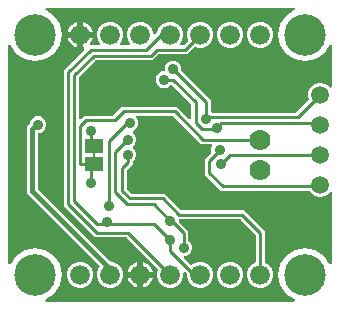
<source format=gbr>
G04 EAGLE Gerber RS-274X export*
G75*
%MOMM*%
%FSLAX34Y34*%
%LPD*%
%INBottom Copper*%
%IPPOS*%
%AMOC8*
5,1,8,0,0,1.08239X$1,22.5*%
G01*
%ADD10C,3.516000*%
%ADD11C,1.676400*%
%ADD12C,1.500000*%
%ADD13C,1.778000*%
%ADD14R,1.600200X1.168400*%
%ADD15R,0.203200X0.635000*%
%ADD16C,0.906400*%
%ADD17C,0.254000*%
%ADD18C,0.406400*%

G36*
X244100Y2554D02*
X244100Y2554D01*
X244204Y2558D01*
X244257Y2574D01*
X244311Y2581D01*
X244408Y2619D01*
X244509Y2649D01*
X244556Y2677D01*
X244607Y2698D01*
X244692Y2759D01*
X244781Y2813D01*
X244820Y2852D01*
X244865Y2884D01*
X244931Y2965D01*
X245004Y3039D01*
X245032Y3087D01*
X245067Y3129D01*
X245112Y3224D01*
X245164Y3314D01*
X245179Y3367D01*
X245203Y3417D01*
X245222Y3520D01*
X245251Y3620D01*
X245252Y3675D01*
X245263Y3729D01*
X245256Y3834D01*
X245259Y3938D01*
X245246Y3992D01*
X245243Y4047D01*
X245211Y4146D01*
X245187Y4248D01*
X245162Y4297D01*
X245145Y4349D01*
X245089Y4438D01*
X245041Y4530D01*
X245004Y4572D01*
X244975Y4618D01*
X244899Y4690D01*
X244829Y4768D01*
X244759Y4821D01*
X244743Y4836D01*
X244730Y4843D01*
X244701Y4865D01*
X237966Y9366D01*
X233050Y16722D01*
X231324Y25400D01*
X233050Y34078D01*
X237966Y41434D01*
X245322Y46350D01*
X254000Y48076D01*
X262678Y46350D01*
X270034Y41434D01*
X274535Y34699D01*
X274603Y34620D01*
X274664Y34535D01*
X274707Y34500D01*
X274743Y34459D01*
X274829Y34399D01*
X274909Y34333D01*
X274959Y34309D01*
X275005Y34278D01*
X275103Y34242D01*
X275197Y34197D01*
X275251Y34187D01*
X275303Y34168D01*
X275407Y34157D01*
X275510Y34137D01*
X275565Y34141D01*
X275619Y34135D01*
X275723Y34151D01*
X275827Y34157D01*
X275879Y34174D01*
X275934Y34182D01*
X276030Y34223D01*
X276129Y34255D01*
X276176Y34285D01*
X276227Y34306D01*
X276310Y34369D01*
X276398Y34425D01*
X276436Y34465D01*
X276480Y34499D01*
X276545Y34581D01*
X276616Y34657D01*
X276643Y34705D01*
X276677Y34748D01*
X276719Y34844D01*
X276770Y34935D01*
X276783Y34989D01*
X276806Y35039D01*
X276823Y35142D01*
X276849Y35243D01*
X276855Y35331D01*
X276858Y35353D01*
X276857Y35368D01*
X276859Y35404D01*
X276859Y94495D01*
X276842Y94633D01*
X276829Y94772D01*
X276822Y94791D01*
X276819Y94811D01*
X276768Y94940D01*
X276721Y95071D01*
X276710Y95088D01*
X276702Y95107D01*
X276621Y95219D01*
X276543Y95334D01*
X276527Y95347D01*
X276516Y95364D01*
X276408Y95453D01*
X276304Y95545D01*
X276286Y95554D01*
X276271Y95567D01*
X276145Y95626D01*
X276021Y95689D01*
X276001Y95694D01*
X275983Y95702D01*
X275847Y95728D01*
X275711Y95759D01*
X275690Y95758D01*
X275671Y95762D01*
X275532Y95753D01*
X275393Y95749D01*
X275373Y95743D01*
X275353Y95742D01*
X275221Y95699D01*
X275087Y95661D01*
X275070Y95650D01*
X275051Y95644D01*
X274933Y95570D01*
X274813Y95499D01*
X274792Y95481D01*
X274782Y95474D01*
X274768Y95459D01*
X274693Y95393D01*
X272388Y93088D01*
X268697Y91559D01*
X264703Y91559D01*
X261012Y93088D01*
X258124Y95976D01*
X258104Y96012D01*
X258083Y96033D01*
X258067Y96058D01*
X257973Y96147D01*
X257882Y96240D01*
X257857Y96256D01*
X257836Y96276D01*
X257722Y96339D01*
X257611Y96407D01*
X257583Y96415D01*
X257557Y96430D01*
X257431Y96462D01*
X257307Y96500D01*
X257278Y96502D01*
X257249Y96509D01*
X257088Y96519D01*
X182572Y96519D01*
X168909Y110182D01*
X168909Y123498D01*
X174166Y128755D01*
X174226Y128833D01*
X174294Y128905D01*
X174323Y128958D01*
X174360Y129006D01*
X174400Y129097D01*
X174448Y129184D01*
X174463Y129242D01*
X174487Y129298D01*
X174502Y129396D01*
X174527Y129492D01*
X174533Y129592D01*
X174537Y129612D01*
X174535Y129624D01*
X174537Y129652D01*
X174537Y132217D01*
X175332Y134134D01*
X175345Y134182D01*
X175366Y134227D01*
X175386Y134335D01*
X175415Y134441D01*
X175416Y134491D01*
X175426Y134540D01*
X175419Y134649D01*
X175421Y134759D01*
X175409Y134807D01*
X175406Y134857D01*
X175372Y134961D01*
X175346Y135068D01*
X175323Y135112D01*
X175308Y135159D01*
X175249Y135252D01*
X175198Y135349D01*
X175164Y135386D01*
X175138Y135428D01*
X175058Y135503D01*
X174984Y135585D01*
X174942Y135612D01*
X174906Y135646D01*
X174810Y135699D01*
X174718Y135759D01*
X174671Y135776D01*
X174628Y135800D01*
X174521Y135827D01*
X174417Y135863D01*
X174368Y135867D01*
X174320Y135879D01*
X174159Y135889D01*
X166062Y135889D01*
X142303Y159648D01*
X142225Y159708D01*
X142153Y159776D01*
X142100Y159805D01*
X142052Y159842D01*
X141961Y159882D01*
X141874Y159930D01*
X141816Y159945D01*
X141760Y159969D01*
X141662Y159984D01*
X141566Y160009D01*
X141466Y160015D01*
X141446Y160019D01*
X141434Y160017D01*
X141406Y160019D01*
X112127Y160019D01*
X111989Y160002D01*
X111851Y159989D01*
X111832Y159982D01*
X111812Y159979D01*
X111682Y159928D01*
X111552Y159881D01*
X111535Y159870D01*
X111516Y159862D01*
X111404Y159781D01*
X111288Y159703D01*
X111275Y159687D01*
X111259Y159676D01*
X111170Y159568D01*
X111078Y159464D01*
X111069Y159446D01*
X111056Y159431D01*
X110997Y159305D01*
X110933Y159181D01*
X110929Y159161D01*
X110920Y159143D01*
X110894Y159007D01*
X110864Y158871D01*
X110864Y158850D01*
X110861Y158831D01*
X110869Y158692D01*
X110873Y158553D01*
X110879Y158533D01*
X110880Y158513D01*
X110923Y158381D01*
X110962Y158247D01*
X110972Y158230D01*
X110978Y158211D01*
X111053Y158093D01*
X111123Y157973D01*
X111142Y157952D01*
X111149Y157942D01*
X111164Y157928D01*
X111230Y157852D01*
X111406Y157676D01*
X112483Y155077D01*
X112483Y152263D01*
X111406Y149664D01*
X109416Y147674D01*
X108875Y147450D01*
X108832Y147425D01*
X108785Y147408D01*
X108694Y147346D01*
X108598Y147292D01*
X108563Y147258D01*
X108522Y147230D01*
X108449Y147147D01*
X108370Y147071D01*
X108344Y147028D01*
X108311Y146991D01*
X108261Y146893D01*
X108204Y146800D01*
X108189Y146752D01*
X108166Y146708D01*
X108142Y146601D01*
X108110Y146496D01*
X108108Y146446D01*
X108097Y146398D01*
X108100Y146288D01*
X108095Y146178D01*
X108105Y146130D01*
X108106Y146080D01*
X108137Y145974D01*
X108159Y145867D01*
X108181Y145822D01*
X108195Y145774D01*
X108251Y145680D01*
X108299Y145581D01*
X108331Y145543D01*
X108356Y145500D01*
X108463Y145379D01*
X110136Y143706D01*
X111213Y141107D01*
X111213Y138293D01*
X110136Y135694D01*
X108690Y134247D01*
X108617Y134153D01*
X108538Y134064D01*
X108520Y134028D01*
X108495Y133996D01*
X108448Y133887D01*
X108393Y133781D01*
X108385Y133742D01*
X108369Y133704D01*
X108350Y133587D01*
X108324Y133471D01*
X108325Y133430D01*
X108319Y133390D01*
X108330Y133272D01*
X108333Y133153D01*
X108345Y133114D01*
X108349Y133074D01*
X108389Y132962D01*
X108422Y132847D01*
X108442Y132812D01*
X108456Y132774D01*
X108523Y132676D01*
X108583Y132573D01*
X108623Y132528D01*
X108635Y132511D01*
X108650Y132498D01*
X108690Y132452D01*
X110136Y131006D01*
X111213Y128407D01*
X111213Y125593D01*
X110136Y122994D01*
X108322Y121180D01*
X108262Y121102D01*
X108194Y121030D01*
X108165Y120977D01*
X108128Y120929D01*
X108088Y120838D01*
X108040Y120751D01*
X108025Y120693D01*
X108001Y120637D01*
X107986Y120539D01*
X107961Y120443D01*
X107955Y120343D01*
X107951Y120323D01*
X107953Y120311D01*
X107951Y120283D01*
X107951Y119072D01*
X103242Y114363D01*
X103182Y114285D01*
X103114Y114213D01*
X103085Y114160D01*
X103048Y114112D01*
X103008Y114021D01*
X102960Y113934D01*
X102945Y113876D01*
X102921Y113820D01*
X102906Y113722D01*
X102881Y113626D01*
X102875Y113526D01*
X102871Y113506D01*
X102873Y113494D01*
X102871Y113466D01*
X102871Y98624D01*
X102883Y98526D01*
X102886Y98427D01*
X102903Y98369D01*
X102911Y98309D01*
X102947Y98217D01*
X102975Y98121D01*
X103005Y98069D01*
X103028Y98013D01*
X103086Y97933D01*
X103136Y97848D01*
X103202Y97772D01*
X103214Y97756D01*
X103224Y97748D01*
X103242Y97727D01*
X106617Y94352D01*
X106695Y94292D01*
X106767Y94224D01*
X106820Y94195D01*
X106868Y94158D01*
X106959Y94118D01*
X107046Y94070D01*
X107104Y94055D01*
X107160Y94031D01*
X107258Y94016D01*
X107354Y93991D01*
X107454Y93985D01*
X107474Y93981D01*
X107486Y93983D01*
X107514Y93981D01*
X134928Y93981D01*
X148527Y80382D01*
X148605Y80322D01*
X148677Y80254D01*
X148730Y80225D01*
X148778Y80188D01*
X148869Y80148D01*
X148956Y80100D01*
X149014Y80085D01*
X149070Y80061D01*
X149168Y80046D01*
X149264Y80021D01*
X149364Y80015D01*
X149384Y80011D01*
X149396Y80013D01*
X149424Y80011D01*
X202238Y80011D01*
X219711Y62538D01*
X219711Y36492D01*
X219714Y36463D01*
X219712Y36434D01*
X219734Y36305D01*
X219751Y36177D01*
X219761Y36149D01*
X219766Y36120D01*
X219820Y36002D01*
X219868Y35881D01*
X219885Y35857D01*
X219897Y35830D01*
X219978Y35729D01*
X220054Y35624D01*
X220077Y35605D01*
X220096Y35582D01*
X220199Y35504D01*
X220299Y35421D01*
X220326Y35408D01*
X220350Y35391D01*
X220494Y35320D01*
X222087Y34660D01*
X225160Y31587D01*
X226823Y27573D01*
X226823Y23227D01*
X225160Y19213D01*
X222087Y16140D01*
X218073Y14477D01*
X213727Y14477D01*
X209713Y16140D01*
X206640Y19213D01*
X204977Y23227D01*
X204977Y27573D01*
X206640Y31587D01*
X209713Y34660D01*
X211306Y35320D01*
X211331Y35334D01*
X211359Y35343D01*
X211469Y35413D01*
X211582Y35477D01*
X211603Y35498D01*
X211628Y35514D01*
X211717Y35608D01*
X211810Y35698D01*
X211826Y35724D01*
X211846Y35745D01*
X211909Y35859D01*
X211977Y35970D01*
X211985Y35998D01*
X212000Y36024D01*
X212032Y36149D01*
X212070Y36274D01*
X212072Y36303D01*
X212079Y36332D01*
X212089Y36492D01*
X212089Y58856D01*
X212077Y58954D01*
X212074Y59053D01*
X212057Y59111D01*
X212049Y59171D01*
X212013Y59263D01*
X211985Y59359D01*
X211955Y59411D01*
X211932Y59467D01*
X211874Y59547D01*
X211824Y59632D01*
X211758Y59708D01*
X211746Y59724D01*
X211736Y59732D01*
X211718Y59753D01*
X199453Y72018D01*
X199375Y72078D01*
X199303Y72146D01*
X199250Y72175D01*
X199202Y72212D01*
X199111Y72252D01*
X199024Y72300D01*
X198966Y72315D01*
X198910Y72339D01*
X198812Y72354D01*
X198716Y72379D01*
X198616Y72385D01*
X198596Y72389D01*
X198584Y72387D01*
X198556Y72389D01*
X148154Y72389D01*
X148017Y72372D01*
X147878Y72359D01*
X147859Y72352D01*
X147839Y72349D01*
X147710Y72298D01*
X147579Y72251D01*
X147562Y72240D01*
X147543Y72232D01*
X147431Y72151D01*
X147315Y72073D01*
X147302Y72057D01*
X147286Y72046D01*
X147197Y71938D01*
X147105Y71834D01*
X147096Y71816D01*
X147083Y71801D01*
X147024Y71675D01*
X146960Y71551D01*
X146956Y71531D01*
X146947Y71513D01*
X146921Y71377D01*
X146891Y71241D01*
X146891Y71220D01*
X146887Y71201D01*
X146896Y71062D01*
X146900Y70923D01*
X146906Y70903D01*
X146907Y70883D01*
X146950Y70751D01*
X146989Y70617D01*
X146999Y70600D01*
X147005Y70581D01*
X147080Y70463D01*
X147150Y70343D01*
X147169Y70322D01*
X147175Y70312D01*
X147190Y70298D01*
X147257Y70223D01*
X154941Y62538D01*
X154941Y54977D01*
X154953Y54879D01*
X154956Y54780D01*
X154973Y54722D01*
X154981Y54662D01*
X155017Y54570D01*
X155045Y54475D01*
X155075Y54422D01*
X155098Y54366D01*
X155156Y54286D01*
X155206Y54201D01*
X155272Y54125D01*
X155284Y54109D01*
X155294Y54101D01*
X155312Y54080D01*
X157126Y52266D01*
X158203Y49667D01*
X158203Y46853D01*
X157126Y44254D01*
X155136Y42264D01*
X152479Y41163D01*
X152410Y41157D01*
X152391Y41150D01*
X152371Y41147D01*
X152242Y41096D01*
X152111Y41049D01*
X152094Y41038D01*
X152075Y41030D01*
X151962Y40949D01*
X151847Y40871D01*
X151834Y40855D01*
X151818Y40844D01*
X151729Y40736D01*
X151637Y40632D01*
X151628Y40614D01*
X151615Y40599D01*
X151556Y40473D01*
X151492Y40349D01*
X151488Y40329D01*
X151479Y40311D01*
X151453Y40175D01*
X151423Y40039D01*
X151423Y40018D01*
X151419Y39999D01*
X151428Y39860D01*
X151432Y39721D01*
X151438Y39701D01*
X151439Y39681D01*
X151482Y39549D01*
X151521Y39415D01*
X151531Y39398D01*
X151537Y39379D01*
X151612Y39261D01*
X151682Y39141D01*
X151701Y39120D01*
X151707Y39110D01*
X151722Y39096D01*
X151789Y39021D01*
X156634Y34176D01*
X156728Y34103D01*
X156817Y34024D01*
X156853Y34006D01*
X156885Y33981D01*
X156994Y33933D01*
X157100Y33879D01*
X157140Y33870D01*
X157177Y33854D01*
X157295Y33836D01*
X157410Y33810D01*
X157451Y33811D01*
X157491Y33804D01*
X157609Y33816D01*
X157728Y33819D01*
X157767Y33831D01*
X157807Y33834D01*
X157919Y33875D01*
X158034Y33908D01*
X158069Y33928D01*
X158107Y33942D01*
X158205Y34009D01*
X158308Y34069D01*
X158353Y34109D01*
X158370Y34121D01*
X158383Y34136D01*
X158429Y34176D01*
X158913Y34660D01*
X162927Y36323D01*
X167273Y36323D01*
X171287Y34660D01*
X174360Y31587D01*
X176023Y27573D01*
X176023Y23227D01*
X174360Y19213D01*
X171287Y16140D01*
X167273Y14477D01*
X162927Y14477D01*
X158913Y16140D01*
X155840Y19213D01*
X154177Y23227D01*
X154177Y25328D01*
X154165Y25426D01*
X154162Y25525D01*
X154145Y25583D01*
X154137Y25643D01*
X154101Y25735D01*
X154073Y25831D01*
X154043Y25883D01*
X154020Y25939D01*
X153962Y26019D01*
X153912Y26104D01*
X153846Y26180D01*
X153834Y26196D01*
X153824Y26204D01*
X153806Y26225D01*
X152789Y27241D01*
X152680Y27326D01*
X152573Y27415D01*
X152554Y27424D01*
X152538Y27436D01*
X152411Y27492D01*
X152285Y27551D01*
X152265Y27555D01*
X152246Y27563D01*
X152108Y27585D01*
X151972Y27611D01*
X151952Y27609D01*
X151932Y27612D01*
X151793Y27599D01*
X151655Y27591D01*
X151636Y27585D01*
X151616Y27583D01*
X151484Y27535D01*
X151353Y27493D01*
X151335Y27482D01*
X151316Y27475D01*
X151201Y27397D01*
X151084Y27323D01*
X151070Y27308D01*
X151053Y27296D01*
X150961Y27192D01*
X150866Y27091D01*
X150856Y27073D01*
X150843Y27058D01*
X150780Y26934D01*
X150712Y26812D01*
X150707Y26793D01*
X150698Y26775D01*
X150668Y26639D01*
X150633Y26505D01*
X150631Y26476D01*
X150628Y26465D01*
X150629Y26444D01*
X150623Y26344D01*
X150623Y23227D01*
X148960Y19213D01*
X145887Y16140D01*
X141873Y14477D01*
X137527Y14477D01*
X133513Y16140D01*
X130440Y19213D01*
X128777Y23227D01*
X128777Y27573D01*
X129437Y29166D01*
X129445Y29194D01*
X129458Y29220D01*
X129487Y29347D01*
X129521Y29472D01*
X129522Y29502D01*
X129528Y29531D01*
X129524Y29660D01*
X129526Y29790D01*
X129519Y29819D01*
X129518Y29849D01*
X129482Y29973D01*
X129452Y30100D01*
X129438Y30126D01*
X129430Y30154D01*
X129364Y30266D01*
X129303Y30381D01*
X129283Y30403D01*
X129268Y30428D01*
X129162Y30549D01*
X102933Y56778D01*
X102855Y56838D01*
X102783Y56906D01*
X102730Y56935D01*
X102682Y56972D01*
X102591Y57012D01*
X102504Y57060D01*
X102446Y57075D01*
X102390Y57099D01*
X102292Y57114D01*
X102196Y57139D01*
X102096Y57145D01*
X102076Y57149D01*
X102064Y57147D01*
X102036Y57149D01*
X75892Y57149D01*
X49529Y83512D01*
X49529Y198428D01*
X66847Y215747D01*
X66896Y215810D01*
X66953Y215866D01*
X66993Y215935D01*
X67042Y215998D01*
X67074Y216071D01*
X67115Y216140D01*
X67137Y216216D01*
X67169Y216290D01*
X67181Y216368D01*
X67203Y216445D01*
X67206Y216525D01*
X67219Y216604D01*
X67211Y216683D01*
X67214Y216763D01*
X67196Y216841D01*
X67189Y216920D01*
X67162Y216995D01*
X67144Y217073D01*
X67108Y217144D01*
X67081Y217220D01*
X67036Y217286D01*
X67000Y217357D01*
X66947Y217417D01*
X66903Y217483D01*
X66843Y217536D01*
X66790Y217595D01*
X66724Y217640D01*
X66664Y217693D01*
X66593Y217730D01*
X66527Y217774D01*
X66452Y217802D01*
X66381Y217838D01*
X66303Y217855D01*
X66228Y217882D01*
X66148Y217890D01*
X66071Y217908D01*
X65999Y217905D01*
X65999Y226101D01*
X74163Y226101D01*
X74154Y226042D01*
X73623Y224407D01*
X72842Y222875D01*
X72007Y221726D01*
X71988Y221691D01*
X71962Y221661D01*
X71911Y221552D01*
X71854Y221447D01*
X71844Y221409D01*
X71827Y221373D01*
X71804Y221256D01*
X71775Y221139D01*
X71775Y221099D01*
X71767Y221060D01*
X71775Y220941D01*
X71775Y220821D01*
X71784Y220783D01*
X71787Y220743D01*
X71824Y220629D01*
X71854Y220513D01*
X71873Y220478D01*
X71885Y220441D01*
X71949Y220339D01*
X72007Y220234D01*
X72034Y220205D01*
X72055Y220172D01*
X72142Y220090D01*
X72224Y220003D01*
X72258Y219981D01*
X72287Y219954D01*
X72392Y219896D01*
X72493Y219832D01*
X72530Y219820D01*
X72565Y219800D01*
X72681Y219771D01*
X72795Y219733D01*
X72835Y219731D01*
X72873Y219721D01*
X73034Y219711D01*
X79278Y219711D01*
X79416Y219728D01*
X79554Y219741D01*
X79573Y219748D01*
X79594Y219751D01*
X79723Y219802D01*
X79854Y219849D01*
X79870Y219860D01*
X79889Y219868D01*
X80002Y219949D01*
X80117Y220027D01*
X80130Y220043D01*
X80147Y220054D01*
X80235Y220162D01*
X80327Y220266D01*
X80336Y220284D01*
X80349Y220299D01*
X80409Y220425D01*
X80472Y220549D01*
X80476Y220569D01*
X80485Y220587D01*
X80511Y220724D01*
X80541Y220859D01*
X80541Y220880D01*
X80545Y220899D01*
X80536Y221038D01*
X80532Y221177D01*
X80526Y221197D01*
X80525Y221217D01*
X80482Y221349D01*
X80443Y221483D01*
X80433Y221500D01*
X80427Y221519D01*
X80353Y221637D01*
X80282Y221757D01*
X80263Y221778D01*
X80257Y221788D01*
X80242Y221802D01*
X80175Y221877D01*
X79640Y222413D01*
X77977Y226427D01*
X77977Y230773D01*
X79640Y234787D01*
X82713Y237860D01*
X86727Y239523D01*
X91073Y239523D01*
X95087Y237860D01*
X98160Y234787D01*
X99823Y230773D01*
X99823Y226427D01*
X98160Y222413D01*
X97625Y221877D01*
X97540Y221768D01*
X97451Y221661D01*
X97442Y221642D01*
X97430Y221626D01*
X97374Y221498D01*
X97315Y221373D01*
X97311Y221353D01*
X97303Y221334D01*
X97281Y221195D01*
X97255Y221060D01*
X97257Y221040D01*
X97253Y221020D01*
X97266Y220881D01*
X97275Y220743D01*
X97281Y220724D01*
X97283Y220704D01*
X97330Y220573D01*
X97373Y220441D01*
X97384Y220423D01*
X97391Y220404D01*
X97469Y220290D01*
X97543Y220172D01*
X97558Y220158D01*
X97569Y220141D01*
X97673Y220049D01*
X97775Y219954D01*
X97793Y219944D01*
X97808Y219931D01*
X97932Y219868D01*
X98053Y219800D01*
X98073Y219795D01*
X98091Y219786D01*
X98227Y219756D01*
X98361Y219721D01*
X98389Y219719D01*
X98401Y219716D01*
X98422Y219717D01*
X98522Y219711D01*
X104678Y219711D01*
X104816Y219728D01*
X104954Y219741D01*
X104973Y219748D01*
X104994Y219751D01*
X105123Y219802D01*
X105254Y219849D01*
X105270Y219860D01*
X105289Y219868D01*
X105402Y219949D01*
X105517Y220027D01*
X105530Y220043D01*
X105547Y220054D01*
X105635Y220162D01*
X105727Y220266D01*
X105736Y220284D01*
X105749Y220299D01*
X105809Y220425D01*
X105872Y220549D01*
X105876Y220569D01*
X105885Y220587D01*
X105911Y220724D01*
X105941Y220859D01*
X105941Y220880D01*
X105945Y220899D01*
X105936Y221038D01*
X105932Y221177D01*
X105926Y221197D01*
X105925Y221217D01*
X105882Y221349D01*
X105843Y221483D01*
X105833Y221500D01*
X105827Y221519D01*
X105753Y221637D01*
X105682Y221757D01*
X105663Y221778D01*
X105657Y221788D01*
X105642Y221802D01*
X105575Y221877D01*
X105040Y222413D01*
X103377Y226427D01*
X103377Y230773D01*
X105040Y234787D01*
X108113Y237860D01*
X112127Y239523D01*
X116473Y239523D01*
X120487Y237860D01*
X123560Y234787D01*
X125223Y230773D01*
X125223Y230196D01*
X125240Y230058D01*
X125253Y229920D01*
X125260Y229901D01*
X125263Y229881D01*
X125314Y229751D01*
X125361Y229620D01*
X125372Y229604D01*
X125380Y229585D01*
X125461Y229472D01*
X125539Y229357D01*
X125555Y229344D01*
X125566Y229328D01*
X125674Y229239D01*
X125778Y229147D01*
X125796Y229138D01*
X125811Y229125D01*
X125937Y229066D01*
X126061Y229002D01*
X126081Y228998D01*
X126099Y228989D01*
X126235Y228963D01*
X126371Y228933D01*
X126392Y228933D01*
X126411Y228929D01*
X126550Y228938D01*
X126689Y228942D01*
X126709Y228948D01*
X126729Y228949D01*
X126861Y228992D01*
X126995Y229031D01*
X127012Y229041D01*
X127031Y229047D01*
X127149Y229122D01*
X127269Y229192D01*
X127290Y229211D01*
X127300Y229217D01*
X127314Y229232D01*
X127390Y229299D01*
X127897Y229807D01*
X128538Y230447D01*
X128543Y230454D01*
X128551Y230460D01*
X128641Y230580D01*
X128733Y230698D01*
X128736Y230707D01*
X128742Y230714D01*
X128813Y230859D01*
X130440Y234787D01*
X133513Y237860D01*
X137527Y239523D01*
X141873Y239523D01*
X145887Y237860D01*
X148960Y234787D01*
X150623Y230773D01*
X150623Y226427D01*
X148960Y222413D01*
X148425Y221877D01*
X148340Y221768D01*
X148251Y221661D01*
X148242Y221642D01*
X148230Y221626D01*
X148174Y221498D01*
X148115Y221373D01*
X148111Y221353D01*
X148103Y221334D01*
X148081Y221195D01*
X148055Y221060D01*
X148057Y221040D01*
X148053Y221020D01*
X148066Y220881D01*
X148075Y220743D01*
X148081Y220724D01*
X148083Y220704D01*
X148130Y220573D01*
X148173Y220441D01*
X148184Y220423D01*
X148191Y220404D01*
X148269Y220290D01*
X148343Y220172D01*
X148358Y220158D01*
X148369Y220141D01*
X148473Y220049D01*
X148575Y219954D01*
X148593Y219944D01*
X148608Y219931D01*
X148732Y219868D01*
X148853Y219800D01*
X148873Y219795D01*
X148891Y219786D01*
X149027Y219756D01*
X149161Y219721D01*
X149189Y219719D01*
X149201Y219716D01*
X149222Y219717D01*
X149322Y219711D01*
X150296Y219711D01*
X150394Y219723D01*
X150493Y219726D01*
X150551Y219743D01*
X150611Y219751D01*
X150703Y219787D01*
X150799Y219815D01*
X150851Y219845D01*
X150907Y219868D01*
X150987Y219926D01*
X151072Y219976D01*
X151148Y220042D01*
X151164Y220054D01*
X151172Y220064D01*
X151193Y220082D01*
X154562Y223451D01*
X154580Y223475D01*
X154603Y223494D01*
X154677Y223600D01*
X154757Y223702D01*
X154769Y223730D01*
X154786Y223754D01*
X154832Y223875D01*
X154883Y223994D01*
X154888Y224023D01*
X154898Y224051D01*
X154913Y224180D01*
X154933Y224308D01*
X154930Y224338D01*
X154934Y224367D01*
X154915Y224496D01*
X154903Y224625D01*
X154893Y224653D01*
X154889Y224682D01*
X154837Y224834D01*
X154177Y226427D01*
X154177Y230773D01*
X155840Y234787D01*
X158913Y237860D01*
X162927Y239523D01*
X167273Y239523D01*
X171287Y237860D01*
X174360Y234787D01*
X176023Y230773D01*
X176023Y226427D01*
X174360Y222413D01*
X171287Y219340D01*
X167273Y217677D01*
X162927Y217677D01*
X161334Y218337D01*
X161306Y218345D01*
X161280Y218358D01*
X161153Y218387D01*
X161028Y218421D01*
X160998Y218422D01*
X160969Y218428D01*
X160840Y218424D01*
X160710Y218426D01*
X160681Y218419D01*
X160651Y218418D01*
X160527Y218382D01*
X160400Y218352D01*
X160374Y218338D01*
X160346Y218330D01*
X160234Y218264D01*
X160119Y218203D01*
X160097Y218183D01*
X160072Y218168D01*
X159951Y218062D01*
X153978Y212089D01*
X130374Y212089D01*
X130276Y212077D01*
X130177Y212074D01*
X130119Y212057D01*
X130059Y212049D01*
X129967Y212013D01*
X129871Y211985D01*
X129819Y211955D01*
X129763Y211932D01*
X129683Y211874D01*
X129598Y211824D01*
X129522Y211758D01*
X129506Y211746D01*
X129498Y211736D01*
X129477Y211718D01*
X124768Y207009D01*
X77034Y207009D01*
X76936Y206997D01*
X76837Y206994D01*
X76779Y206977D01*
X76719Y206969D01*
X76627Y206933D01*
X76531Y206905D01*
X76479Y206875D01*
X76423Y206852D01*
X76343Y206794D01*
X76258Y206744D01*
X76182Y206678D01*
X76166Y206666D01*
X76158Y206656D01*
X76137Y206638D01*
X62602Y193103D01*
X62542Y193025D01*
X62474Y192953D01*
X62445Y192900D01*
X62408Y192852D01*
X62368Y192761D01*
X62320Y192674D01*
X62305Y192616D01*
X62281Y192560D01*
X62266Y192462D01*
X62241Y192366D01*
X62235Y192266D01*
X62231Y192246D01*
X62233Y192234D01*
X62231Y192206D01*
X62231Y158314D01*
X62234Y158290D01*
X62232Y158265D01*
X62250Y158152D01*
X62261Y158038D01*
X62268Y158019D01*
X62271Y157999D01*
X62280Y157976D01*
X62284Y157951D01*
X62330Y157846D01*
X62369Y157739D01*
X62380Y157722D01*
X62388Y157703D01*
X62402Y157683D01*
X62412Y157660D01*
X62484Y157570D01*
X62547Y157475D01*
X62562Y157462D01*
X62574Y157446D01*
X62594Y157430D01*
X62609Y157410D01*
X62701Y157340D01*
X62786Y157265D01*
X62804Y157256D01*
X62819Y157243D01*
X62842Y157232D01*
X62861Y157217D01*
X62968Y157172D01*
X63069Y157120D01*
X63089Y157116D01*
X63107Y157107D01*
X63131Y157103D01*
X63154Y157093D01*
X63269Y157076D01*
X63379Y157051D01*
X63399Y157051D01*
X63419Y157047D01*
X63444Y157049D01*
X63469Y157045D01*
X63584Y157057D01*
X63697Y157060D01*
X63716Y157066D01*
X63737Y157067D01*
X63760Y157075D01*
X63785Y157077D01*
X63893Y157117D01*
X64003Y157149D01*
X64020Y157159D01*
X64039Y157165D01*
X64060Y157178D01*
X64084Y157187D01*
X64178Y157252D01*
X64277Y157310D01*
X64298Y157329D01*
X64308Y157335D01*
X64322Y157350D01*
X64328Y157355D01*
X64345Y157367D01*
X64358Y157382D01*
X64398Y157417D01*
X67002Y160021D01*
X90606Y160021D01*
X90704Y160033D01*
X90803Y160036D01*
X90861Y160053D01*
X90921Y160061D01*
X91013Y160097D01*
X91109Y160125D01*
X91161Y160155D01*
X91217Y160178D01*
X91297Y160236D01*
X91382Y160286D01*
X91458Y160352D01*
X91474Y160364D01*
X91482Y160374D01*
X91503Y160392D01*
X98752Y167641D01*
X145088Y167641D01*
X147692Y165037D01*
X155313Y157417D01*
X155422Y157331D01*
X155529Y157243D01*
X155548Y157234D01*
X155564Y157222D01*
X155692Y157166D01*
X155817Y157107D01*
X155837Y157103D01*
X155856Y157095D01*
X155994Y157073D01*
X156130Y157047D01*
X156150Y157049D01*
X156170Y157046D01*
X156309Y157059D01*
X156447Y157067D01*
X156466Y157073D01*
X156486Y157075D01*
X156618Y157123D01*
X156749Y157165D01*
X156767Y157176D01*
X156786Y157183D01*
X156901Y157261D01*
X157018Y157335D01*
X157032Y157350D01*
X157049Y157362D01*
X157141Y157466D01*
X157236Y157567D01*
X157246Y157585D01*
X157259Y157600D01*
X157323Y157724D01*
X157390Y157846D01*
X157395Y157865D01*
X157404Y157883D01*
X157434Y158019D01*
X157469Y158153D01*
X157471Y158182D01*
X157474Y158193D01*
X157473Y158214D01*
X157479Y158314D01*
X157479Y169346D01*
X157467Y169444D01*
X157464Y169543D01*
X157447Y169601D01*
X157439Y169661D01*
X157403Y169753D01*
X157375Y169849D01*
X157345Y169901D01*
X157322Y169957D01*
X157264Y170037D01*
X157214Y170122D01*
X157148Y170198D01*
X157136Y170214D01*
X157126Y170222D01*
X157108Y170243D01*
X141634Y185717D01*
X141540Y185790D01*
X141451Y185869D01*
X141415Y185887D01*
X141383Y185912D01*
X141273Y185959D01*
X141168Y186013D01*
X141128Y186022D01*
X141091Y186038D01*
X140973Y186057D01*
X140857Y186083D01*
X140817Y186082D01*
X140777Y186088D01*
X140658Y186077D01*
X140539Y186073D01*
X140500Y186062D01*
X140460Y186058D01*
X140348Y186018D01*
X140234Y185985D01*
X140199Y185964D01*
X140161Y185950D01*
X140062Y185884D01*
X139960Y185823D01*
X139915Y185783D01*
X139898Y185772D01*
X139884Y185757D01*
X139839Y185717D01*
X138626Y184504D01*
X136027Y183427D01*
X133213Y183427D01*
X130614Y184504D01*
X128624Y186494D01*
X127547Y189093D01*
X127547Y191907D01*
X128624Y194506D01*
X130614Y196496D01*
X133213Y197573D01*
X133898Y197573D01*
X134016Y197588D01*
X134135Y197595D01*
X134173Y197608D01*
X134214Y197613D01*
X134324Y197656D01*
X134437Y197693D01*
X134472Y197715D01*
X134509Y197730D01*
X134605Y197799D01*
X134706Y197863D01*
X134734Y197893D01*
X134767Y197916D01*
X134843Y198008D01*
X134924Y198095D01*
X134944Y198130D01*
X134969Y198161D01*
X135020Y198269D01*
X135078Y198373D01*
X135088Y198413D01*
X135105Y198449D01*
X135127Y198566D01*
X135157Y198681D01*
X135161Y198741D01*
X135165Y198761D01*
X135163Y198782D01*
X135167Y198842D01*
X135167Y200797D01*
X136244Y203396D01*
X138234Y205386D01*
X140833Y206463D01*
X143647Y206463D01*
X146246Y205386D01*
X148236Y203396D01*
X149313Y200797D01*
X149313Y198232D01*
X149325Y198134D01*
X149328Y198035D01*
X149345Y197977D01*
X149353Y197917D01*
X149389Y197825D01*
X149417Y197729D01*
X149447Y197677D01*
X149470Y197621D01*
X149528Y197541D01*
X149578Y197456D01*
X149644Y197380D01*
X149656Y197364D01*
X149666Y197356D01*
X149684Y197335D01*
X173991Y173028D01*
X173991Y164197D01*
X174003Y164099D01*
X174006Y164000D01*
X174023Y163942D01*
X174031Y163882D01*
X174067Y163790D01*
X174095Y163695D01*
X174125Y163642D01*
X174148Y163586D01*
X174206Y163506D01*
X174256Y163421D01*
X174322Y163345D01*
X174334Y163329D01*
X174344Y163321D01*
X174362Y163300D01*
X174730Y162932D01*
X174808Y162872D01*
X174880Y162804D01*
X174933Y162775D01*
X174981Y162738D01*
X175072Y162698D01*
X175159Y162650D01*
X175217Y162635D01*
X175273Y162611D01*
X175371Y162596D01*
X175467Y162571D01*
X175567Y162565D01*
X175587Y162561D01*
X175599Y162563D01*
X175627Y162561D01*
X245546Y162561D01*
X245644Y162573D01*
X245743Y162576D01*
X245801Y162593D01*
X245861Y162601D01*
X245953Y162637D01*
X246049Y162665D01*
X246101Y162695D01*
X246157Y162718D01*
X246237Y162776D01*
X246322Y162826D01*
X246398Y162892D01*
X246414Y162904D01*
X246422Y162914D01*
X246443Y162932D01*
X256837Y173326D01*
X256855Y173350D01*
X256878Y173369D01*
X256952Y173475D01*
X257032Y173577D01*
X257044Y173605D01*
X257061Y173629D01*
X257107Y173750D01*
X257158Y173869D01*
X257163Y173899D01*
X257173Y173926D01*
X257188Y174055D01*
X257208Y174183D01*
X257205Y174213D01*
X257209Y174242D01*
X257191Y174371D01*
X257178Y174500D01*
X257168Y174528D01*
X257164Y174557D01*
X257112Y174709D01*
X256659Y175803D01*
X256659Y179797D01*
X258188Y183488D01*
X261012Y186312D01*
X264703Y187841D01*
X268697Y187841D01*
X272388Y186312D01*
X274693Y184007D01*
X274803Y183922D01*
X274909Y183833D01*
X274928Y183825D01*
X274944Y183812D01*
X275072Y183757D01*
X275197Y183698D01*
X275217Y183694D01*
X275236Y183686D01*
X275374Y183664D01*
X275510Y183638D01*
X275530Y183639D01*
X275550Y183636D01*
X275689Y183649D01*
X275827Y183658D01*
X275846Y183664D01*
X275866Y183666D01*
X275998Y183713D01*
X276129Y183756D01*
X276147Y183767D01*
X276166Y183773D01*
X276281Y183852D01*
X276398Y183926D01*
X276412Y183941D01*
X276429Y183952D01*
X276521Y184056D01*
X276616Y184158D01*
X276626Y184175D01*
X276639Y184190D01*
X276703Y184315D01*
X276770Y184436D01*
X276775Y184456D01*
X276784Y184474D01*
X276814Y184610D01*
X276849Y184744D01*
X276851Y184772D01*
X276854Y184784D01*
X276853Y184805D01*
X276859Y184905D01*
X276859Y218596D01*
X276846Y218700D01*
X276842Y218804D01*
X276826Y218857D01*
X276819Y218911D01*
X276781Y219008D01*
X276751Y219109D01*
X276723Y219156D01*
X276702Y219207D01*
X276641Y219292D01*
X276587Y219381D01*
X276548Y219420D01*
X276516Y219465D01*
X276435Y219531D01*
X276361Y219604D01*
X276313Y219632D01*
X276271Y219667D01*
X276176Y219712D01*
X276086Y219764D01*
X276033Y219779D01*
X275983Y219803D01*
X275880Y219822D01*
X275780Y219851D01*
X275725Y219852D01*
X275671Y219863D01*
X275566Y219856D01*
X275462Y219859D01*
X275408Y219846D01*
X275353Y219843D01*
X275254Y219811D01*
X275152Y219787D01*
X275103Y219762D01*
X275051Y219745D01*
X274962Y219689D01*
X274870Y219641D01*
X274828Y219604D01*
X274782Y219575D01*
X274710Y219499D01*
X274632Y219429D01*
X274579Y219359D01*
X274564Y219343D01*
X274557Y219330D01*
X274535Y219301D01*
X270034Y212566D01*
X262678Y207650D01*
X254000Y205924D01*
X245322Y207650D01*
X237966Y212566D01*
X233050Y219922D01*
X231324Y228600D01*
X233050Y237278D01*
X237966Y244634D01*
X244701Y249135D01*
X244780Y249203D01*
X244865Y249264D01*
X244900Y249307D01*
X244941Y249343D01*
X245001Y249429D01*
X245067Y249509D01*
X245091Y249559D01*
X245122Y249605D01*
X245158Y249703D01*
X245203Y249797D01*
X245213Y249851D01*
X245232Y249903D01*
X245243Y250007D01*
X245263Y250110D01*
X245259Y250165D01*
X245265Y250219D01*
X245249Y250323D01*
X245243Y250427D01*
X245226Y250479D01*
X245218Y250534D01*
X245177Y250630D01*
X245145Y250729D01*
X245115Y250776D01*
X245094Y250827D01*
X245031Y250910D01*
X244975Y250998D01*
X244935Y251036D01*
X244901Y251080D01*
X244819Y251145D01*
X244743Y251216D01*
X244695Y251243D01*
X244652Y251277D01*
X244556Y251319D01*
X244465Y251370D01*
X244411Y251383D01*
X244361Y251406D01*
X244258Y251423D01*
X244157Y251449D01*
X244069Y251455D01*
X244047Y251458D01*
X244032Y251457D01*
X243996Y251459D01*
X35404Y251459D01*
X35300Y251446D01*
X35196Y251442D01*
X35143Y251426D01*
X35089Y251419D01*
X34992Y251381D01*
X34891Y251351D01*
X34844Y251323D01*
X34793Y251302D01*
X34708Y251241D01*
X34619Y251187D01*
X34580Y251148D01*
X34535Y251116D01*
X34469Y251035D01*
X34396Y250961D01*
X34368Y250913D01*
X34333Y250871D01*
X34288Y250776D01*
X34236Y250686D01*
X34221Y250633D01*
X34197Y250583D01*
X34178Y250480D01*
X34149Y250380D01*
X34148Y250325D01*
X34137Y250271D01*
X34144Y250166D01*
X34141Y250062D01*
X34154Y250008D01*
X34157Y249953D01*
X34189Y249854D01*
X34213Y249752D01*
X34238Y249703D01*
X34255Y249651D01*
X34311Y249562D01*
X34359Y249470D01*
X34396Y249428D01*
X34425Y249382D01*
X34501Y249310D01*
X34571Y249232D01*
X34641Y249179D01*
X34657Y249164D01*
X34670Y249157D01*
X34699Y249135D01*
X41434Y244634D01*
X46350Y237278D01*
X48076Y228600D01*
X46350Y219922D01*
X41434Y212566D01*
X34078Y207650D01*
X25400Y205924D01*
X16722Y207650D01*
X9366Y212566D01*
X4865Y219301D01*
X4797Y219380D01*
X4736Y219465D01*
X4693Y219500D01*
X4657Y219541D01*
X4571Y219601D01*
X4491Y219667D01*
X4441Y219691D01*
X4395Y219722D01*
X4297Y219758D01*
X4203Y219803D01*
X4149Y219813D01*
X4097Y219832D01*
X3993Y219843D01*
X3890Y219863D01*
X3835Y219859D01*
X3781Y219865D01*
X3677Y219849D01*
X3573Y219843D01*
X3521Y219826D01*
X3466Y219818D01*
X3370Y219777D01*
X3271Y219745D01*
X3224Y219715D01*
X3173Y219694D01*
X3090Y219631D01*
X3002Y219575D01*
X2964Y219535D01*
X2920Y219501D01*
X2855Y219419D01*
X2784Y219343D01*
X2757Y219295D01*
X2723Y219252D01*
X2681Y219156D01*
X2630Y219065D01*
X2617Y219011D01*
X2594Y218961D01*
X2577Y218858D01*
X2551Y218757D01*
X2545Y218669D01*
X2542Y218647D01*
X2543Y218632D01*
X2541Y218596D01*
X2541Y35404D01*
X2554Y35300D01*
X2558Y35196D01*
X2574Y35143D01*
X2581Y35089D01*
X2619Y34992D01*
X2649Y34891D01*
X2677Y34844D01*
X2698Y34793D01*
X2759Y34708D01*
X2813Y34619D01*
X2852Y34580D01*
X2884Y34535D01*
X2965Y34469D01*
X3039Y34396D01*
X3087Y34368D01*
X3129Y34333D01*
X3224Y34288D01*
X3314Y34236D01*
X3367Y34221D01*
X3417Y34197D01*
X3520Y34178D01*
X3620Y34149D01*
X3675Y34148D01*
X3729Y34137D01*
X3834Y34144D01*
X3938Y34141D01*
X3992Y34154D01*
X4047Y34157D01*
X4146Y34189D01*
X4248Y34213D01*
X4297Y34238D01*
X4349Y34255D01*
X4438Y34311D01*
X4530Y34359D01*
X4572Y34396D01*
X4618Y34425D01*
X4690Y34501D01*
X4768Y34571D01*
X4821Y34641D01*
X4836Y34657D01*
X4843Y34670D01*
X4865Y34699D01*
X9366Y41434D01*
X16722Y46350D01*
X25400Y48076D01*
X34078Y46350D01*
X41434Y41434D01*
X46350Y34078D01*
X48076Y25400D01*
X46350Y16722D01*
X41434Y9366D01*
X34699Y4865D01*
X34620Y4797D01*
X34535Y4736D01*
X34500Y4693D01*
X34459Y4657D01*
X34399Y4571D01*
X34333Y4491D01*
X34309Y4441D01*
X34278Y4395D01*
X34242Y4297D01*
X34197Y4203D01*
X34187Y4149D01*
X34168Y4097D01*
X34157Y3993D01*
X34137Y3890D01*
X34141Y3835D01*
X34135Y3781D01*
X34151Y3677D01*
X34157Y3573D01*
X34174Y3521D01*
X34182Y3466D01*
X34223Y3370D01*
X34255Y3271D01*
X34285Y3224D01*
X34306Y3173D01*
X34369Y3090D01*
X34425Y3002D01*
X34465Y2964D01*
X34499Y2920D01*
X34581Y2855D01*
X34657Y2784D01*
X34705Y2757D01*
X34748Y2723D01*
X34844Y2681D01*
X34935Y2630D01*
X34989Y2617D01*
X35039Y2594D01*
X35142Y2577D01*
X35243Y2551D01*
X35331Y2545D01*
X35353Y2542D01*
X35368Y2543D01*
X35404Y2541D01*
X243996Y2541D01*
X244100Y2554D01*
G37*
%LPC*%
G36*
X86727Y14477D02*
X86727Y14477D01*
X82713Y16140D01*
X79640Y19213D01*
X77977Y23227D01*
X77977Y27573D01*
X79654Y31621D01*
X79658Y31627D01*
X79737Y31716D01*
X79756Y31752D01*
X79780Y31784D01*
X79828Y31893D01*
X79882Y31999D01*
X79891Y32039D01*
X79907Y32076D01*
X79925Y32193D01*
X79952Y32309D01*
X79950Y32350D01*
X79957Y32390D01*
X79946Y32508D01*
X79942Y32627D01*
X79931Y32666D01*
X79927Y32706D01*
X79887Y32818D01*
X79854Y32933D01*
X79833Y32968D01*
X79819Y33006D01*
X79752Y33104D01*
X79692Y33207D01*
X79652Y33252D01*
X79641Y33269D01*
X79625Y33282D01*
X79586Y33328D01*
X18287Y94626D01*
X18287Y150484D01*
X20496Y152692D01*
X20556Y152771D01*
X20624Y152843D01*
X20646Y152883D01*
X20661Y152901D01*
X20667Y152913D01*
X20690Y152944D01*
X20730Y153035D01*
X20778Y153121D01*
X20793Y153180D01*
X20796Y153187D01*
X20797Y153189D01*
X20817Y153235D01*
X20832Y153333D01*
X20857Y153429D01*
X20863Y153529D01*
X20867Y153550D01*
X20865Y153562D01*
X20867Y153590D01*
X20867Y153807D01*
X21944Y156406D01*
X23934Y158396D01*
X26533Y159473D01*
X29347Y159473D01*
X31946Y158396D01*
X33936Y156406D01*
X35013Y153807D01*
X35013Y150993D01*
X33936Y148394D01*
X31946Y146404D01*
X29347Y145327D01*
X28702Y145327D01*
X28584Y145312D01*
X28465Y145305D01*
X28427Y145292D01*
X28386Y145287D01*
X28276Y145244D01*
X28163Y145207D01*
X28128Y145185D01*
X28091Y145170D01*
X27995Y145101D01*
X27894Y145037D01*
X27866Y145007D01*
X27833Y144984D01*
X27757Y144892D01*
X27676Y144805D01*
X27656Y144770D01*
X27631Y144739D01*
X27580Y144631D01*
X27522Y144527D01*
X27512Y144487D01*
X27495Y144451D01*
X27473Y144334D01*
X27443Y144219D01*
X27439Y144159D01*
X27435Y144139D01*
X27437Y144118D01*
X27433Y144058D01*
X27433Y98940D01*
X27445Y98842D01*
X27448Y98743D01*
X27465Y98684D01*
X27473Y98624D01*
X27509Y98532D01*
X27537Y98437D01*
X27567Y98385D01*
X27590Y98329D01*
X27648Y98249D01*
X27698Y98163D01*
X27764Y98088D01*
X27776Y98071D01*
X27786Y98063D01*
X27804Y98042D01*
X89152Y36694D01*
X89231Y36634D01*
X89303Y36566D01*
X89356Y36537D01*
X89404Y36500D01*
X89495Y36460D01*
X89581Y36412D01*
X89640Y36397D01*
X89695Y36373D01*
X89793Y36358D01*
X89889Y36333D01*
X89989Y36327D01*
X90010Y36323D01*
X90022Y36325D01*
X90050Y36323D01*
X91073Y36323D01*
X95087Y34660D01*
X98160Y31587D01*
X99823Y27573D01*
X99823Y23227D01*
X98160Y19213D01*
X95087Y16140D01*
X91073Y14477D01*
X86727Y14477D01*
G37*
%LPD*%
%LPC*%
G36*
X213727Y217677D02*
X213727Y217677D01*
X209713Y219340D01*
X206640Y222413D01*
X204977Y226427D01*
X204977Y230773D01*
X206640Y234787D01*
X209713Y237860D01*
X213727Y239523D01*
X218073Y239523D01*
X222087Y237860D01*
X225160Y234787D01*
X226823Y230773D01*
X226823Y226427D01*
X225160Y222413D01*
X222087Y219340D01*
X218073Y217677D01*
X213727Y217677D01*
G37*
%LPD*%
%LPC*%
G36*
X188327Y217677D02*
X188327Y217677D01*
X184313Y219340D01*
X181240Y222413D01*
X179577Y226427D01*
X179577Y230773D01*
X181240Y234787D01*
X184313Y237860D01*
X188327Y239523D01*
X192673Y239523D01*
X196687Y237860D01*
X199760Y234787D01*
X201423Y230773D01*
X201423Y226427D01*
X199760Y222413D01*
X196687Y219340D01*
X192673Y217677D01*
X188327Y217677D01*
G37*
%LPD*%
%LPC*%
G36*
X188327Y14477D02*
X188327Y14477D01*
X184313Y16140D01*
X181240Y19213D01*
X179577Y23227D01*
X179577Y27573D01*
X181240Y31587D01*
X184313Y34660D01*
X188327Y36323D01*
X192673Y36323D01*
X196687Y34660D01*
X199760Y31587D01*
X201423Y27573D01*
X201423Y23227D01*
X199760Y19213D01*
X196687Y16140D01*
X192673Y14477D01*
X188327Y14477D01*
G37*
%LPD*%
%LPC*%
G36*
X61327Y14477D02*
X61327Y14477D01*
X57313Y16140D01*
X54240Y19213D01*
X52577Y23227D01*
X52577Y27573D01*
X54240Y31587D01*
X57313Y34660D01*
X61327Y36323D01*
X65673Y36323D01*
X69687Y34660D01*
X72760Y31587D01*
X74423Y27573D01*
X74423Y23227D01*
X72760Y19213D01*
X69687Y16140D01*
X65673Y14477D01*
X61327Y14477D01*
G37*
%LPD*%
%LPC*%
G36*
X65999Y231099D02*
X65999Y231099D01*
X65999Y239263D01*
X66058Y239254D01*
X67693Y238723D01*
X69225Y237942D01*
X70616Y236931D01*
X71831Y235716D01*
X72842Y234325D01*
X73623Y232793D01*
X74154Y231158D01*
X74163Y231099D01*
X65999Y231099D01*
G37*
%LPD*%
%LPC*%
G36*
X116799Y27899D02*
X116799Y27899D01*
X116799Y36063D01*
X116858Y36054D01*
X118493Y35523D01*
X120025Y34742D01*
X121416Y33731D01*
X122631Y32516D01*
X123642Y31125D01*
X124423Y29593D01*
X124954Y27958D01*
X124963Y27899D01*
X116799Y27899D01*
G37*
%LPD*%
%LPC*%
G36*
X52837Y231099D02*
X52837Y231099D01*
X52846Y231158D01*
X53377Y232793D01*
X54158Y234325D01*
X55169Y235716D01*
X56384Y236931D01*
X57775Y237942D01*
X59307Y238723D01*
X60942Y239254D01*
X61001Y239263D01*
X61001Y231099D01*
X52837Y231099D01*
G37*
%LPD*%
%LPC*%
G36*
X103637Y27899D02*
X103637Y27899D01*
X103646Y27958D01*
X104177Y29593D01*
X104958Y31125D01*
X105969Y32516D01*
X107184Y33731D01*
X108575Y34742D01*
X110107Y35523D01*
X111742Y36054D01*
X111801Y36063D01*
X111801Y27899D01*
X103637Y27899D01*
G37*
%LPD*%
%LPC*%
G36*
X116799Y22901D02*
X116799Y22901D01*
X124963Y22901D01*
X124954Y22842D01*
X124423Y21207D01*
X123642Y19675D01*
X122631Y18284D01*
X121416Y17069D01*
X120025Y16058D01*
X118493Y15277D01*
X116858Y14746D01*
X116799Y14737D01*
X116799Y22901D01*
G37*
%LPD*%
%LPC*%
G36*
X60942Y217946D02*
X60942Y217946D01*
X59307Y218477D01*
X57775Y219258D01*
X56384Y220269D01*
X55169Y221484D01*
X54158Y222875D01*
X53377Y224407D01*
X52846Y226042D01*
X52837Y226101D01*
X61001Y226101D01*
X61001Y217937D01*
X60942Y217946D01*
G37*
%LPD*%
%LPC*%
G36*
X111742Y14746D02*
X111742Y14746D01*
X110107Y15277D01*
X108575Y16058D01*
X107184Y17069D01*
X105969Y18284D01*
X104958Y19675D01*
X104177Y21207D01*
X103646Y22842D01*
X103637Y22901D01*
X111801Y22901D01*
X111801Y14737D01*
X111742Y14746D01*
G37*
%LPD*%
D10*
X254000Y25400D03*
X25400Y25400D03*
D11*
X63500Y25400D03*
X88900Y25400D03*
X114300Y25400D03*
X139700Y25400D03*
X165100Y25400D03*
X190500Y25400D03*
X215900Y25400D03*
D10*
X254000Y228600D03*
X25400Y228600D03*
D12*
X266700Y127000D03*
X266700Y101600D03*
X266700Y152400D03*
X266700Y177800D03*
D13*
X215900Y114300D03*
X215900Y139700D03*
D14*
X74930Y134620D03*
X74930Y119380D03*
D15*
X74930Y127000D03*
D11*
X63500Y228600D03*
X88900Y228600D03*
X114300Y228600D03*
X139700Y228600D03*
X165100Y228600D03*
X190500Y228600D03*
X215900Y228600D03*
D16*
X86360Y48260D03*
X38100Y101600D03*
X87630Y168910D03*
X95250Y201930D03*
X270510Y204470D03*
X189230Y41910D03*
X111760Y102870D03*
X116840Y154940D03*
X40640Y184150D03*
X22860Y198120D03*
X209550Y171450D03*
X270510Y83820D03*
X212090Y83820D03*
X182880Y119380D03*
D17*
X190500Y127000D01*
X266700Y127000D01*
D16*
X181610Y130810D03*
D17*
X172720Y121920D01*
X172720Y111760D01*
X184150Y100330D01*
X265430Y100330D01*
X266700Y101600D01*
D16*
X179070Y149860D03*
D17*
X182880Y153670D01*
X261620Y153670D01*
X179070Y149860D02*
X177800Y148590D01*
D16*
X134620Y190500D03*
D17*
X166370Y148590D02*
X177800Y148590D01*
X166370Y148590D02*
X161290Y153670D01*
X161290Y171450D01*
X142240Y190500D01*
X134620Y190500D01*
X261620Y153670D02*
X262890Y152400D01*
X266700Y152400D01*
X247650Y158750D02*
X266700Y177800D01*
X247650Y158750D02*
X170180Y158750D01*
X170180Y157480D01*
D16*
X170180Y157480D03*
X142240Y199390D03*
D17*
X170180Y171450D01*
X170180Y157480D01*
D18*
X88900Y30480D02*
X88900Y25400D01*
X88900Y30480D02*
X22860Y96520D01*
D16*
X27940Y152400D03*
D18*
X22860Y148590D02*
X22860Y96520D01*
X22860Y148590D02*
X27940Y153670D01*
X27940Y152400D01*
D17*
X53340Y196850D02*
X53340Y85090D01*
X77470Y60960D02*
X104140Y60960D01*
X139700Y25400D01*
X77470Y60960D02*
X53340Y85090D01*
X53340Y196850D02*
X72390Y215900D01*
X119380Y215900D01*
X132080Y228600D01*
X139700Y228600D01*
D16*
X86360Y69850D03*
X139700Y54610D03*
D17*
X125730Y68580D02*
X86360Y68580D01*
X125730Y68580D02*
X139700Y54610D01*
X58420Y87630D02*
X58420Y194310D01*
X58420Y87630D02*
X77470Y68580D01*
X139700Y54610D02*
X139700Y45720D01*
X160020Y25400D01*
X165100Y25400D01*
X86360Y68580D02*
X77470Y68580D01*
X86360Y68580D02*
X86360Y69850D01*
X58420Y194310D02*
X74930Y210820D01*
X123190Y210820D01*
X128270Y215900D01*
X152400Y215900D01*
X165100Y228600D01*
D16*
X72390Y102870D03*
D17*
X72390Y114300D01*
X74930Y116840D01*
X74930Y119380D01*
X143510Y163830D02*
X167640Y139700D01*
X215900Y139700D01*
X63500Y151130D02*
X63500Y119380D01*
X74930Y119380D01*
X63500Y151130D02*
X68580Y156210D01*
X92710Y156210D01*
X100330Y163830D01*
X143510Y163830D01*
D16*
X72390Y147320D03*
D17*
X72390Y137160D02*
X74930Y134620D01*
X72390Y137160D02*
X72390Y147320D01*
D16*
X104140Y127000D03*
D17*
X200660Y76200D02*
X215900Y60960D01*
X215900Y25400D01*
X200660Y76200D02*
X147320Y76200D01*
X104140Y120650D02*
X104140Y127000D01*
X133350Y90170D02*
X147320Y76200D01*
X133350Y90170D02*
X105410Y90170D01*
X99060Y96520D01*
X99060Y115570D01*
X104140Y120650D01*
D16*
X105410Y153670D03*
D17*
X104140Y153670D01*
D16*
X87630Y83820D03*
D17*
X87630Y138430D01*
X102870Y153670D01*
X105410Y153670D01*
D16*
X139700Y71120D03*
X104140Y139700D03*
D17*
X151130Y60960D02*
X151130Y48260D01*
D16*
X151130Y48260D03*
D17*
X151130Y60960D02*
X139700Y72390D01*
X139700Y71120D01*
X104140Y139700D02*
X102870Y139700D01*
X92710Y129540D01*
X92710Y95250D01*
X102870Y85090D01*
X125730Y85090D01*
X139700Y71120D01*
M02*

</source>
